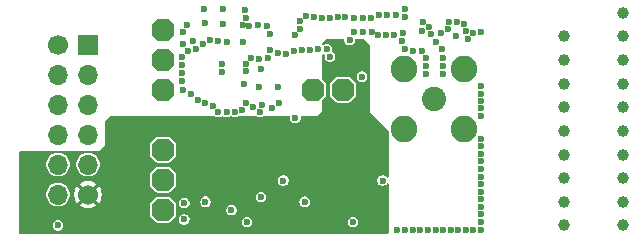
<source format=gbr>
%TF.GenerationSoftware,KiCad,Pcbnew,9.0.7*%
%TF.CreationDate,2026-01-30T12:17:07+01:00*%
%TF.ProjectId,rfiq-1,72666971-2d31-42e6-9b69-6361645f7063,1a*%
%TF.SameCoordinates,Original*%
%TF.FileFunction,Copper,L3,Inr*%
%TF.FilePolarity,Positive*%
%FSLAX46Y46*%
G04 Gerber Fmt 4.6, Leading zero omitted, Abs format (unit mm)*
G04 Created by KiCad (PCBNEW 9.0.7) date 2026-01-30 12:17:07*
%MOMM*%
%LPD*%
G01*
G04 APERTURE LIST*
G04 Aperture macros list*
%AMOutline5P*
0 Free polygon, 5 corners , with rotation*
0 The origin of the aperture is its center*
0 number of corners: always 5*
0 $1 to $10 corner X, Y*
0 $11 Rotation angle, in degrees counterclockwise*
0 create outline with 5 corners*
4,1,5,$1,$2,$3,$4,$5,$6,$7,$8,$9,$10,$1,$2,$11*%
%AMOutline6P*
0 Free polygon, 6 corners , with rotation*
0 The origin of the aperture is its center*
0 number of corners: always 6*
0 $1 to $12 corner X, Y*
0 $13 Rotation angle, in degrees counterclockwise*
0 create outline with 6 corners*
4,1,6,$1,$2,$3,$4,$5,$6,$7,$8,$9,$10,$11,$12,$1,$2,$13*%
%AMOutline7P*
0 Free polygon, 7 corners , with rotation*
0 The origin of the aperture is its center*
0 number of corners: always 7*
0 $1 to $14 corner X, Y*
0 $15 Rotation angle, in degrees counterclockwise*
0 create outline with 7 corners*
4,1,7,$1,$2,$3,$4,$5,$6,$7,$8,$9,$10,$11,$12,$13,$14,$1,$2,$15*%
%AMOutline8P*
0 Free polygon, 8 corners , with rotation*
0 The origin of the aperture is its center*
0 number of corners: always 8*
0 $1 to $16 corner X, Y*
0 $17 Rotation angle, in degrees counterclockwise*
0 create outline with 8 corners*
4,1,8,$1,$2,$3,$4,$5,$6,$7,$8,$9,$10,$11,$12,$13,$14,$15,$16,$1,$2,$17*%
G04 Aperture macros list end*
%TA.AperFunction,ComponentPad*%
%ADD10Outline8P,-0.950000X0.475000X-0.475000X0.950000X0.475000X0.950000X0.950000X0.475000X0.950000X-0.475000X0.475000X-0.950000X-0.475000X-0.950000X-0.950000X-0.475000X0.000000*%
%TD*%
%TA.AperFunction,ComponentPad*%
%ADD11C,1.000000*%
%TD*%
%TA.AperFunction,ComponentPad*%
%ADD12C,2.050000*%
%TD*%
%TA.AperFunction,ComponentPad*%
%ADD13C,2.250000*%
%TD*%
%TA.AperFunction,ComponentPad*%
%ADD14R,1.700000X1.700000*%
%TD*%
%TA.AperFunction,ComponentPad*%
%ADD15O,1.700000X1.700000*%
%TD*%
%TA.AperFunction,ComponentPad*%
%ADD16C,1.700000*%
%TD*%
%TA.AperFunction,ViaPad*%
%ADD17C,0.600000*%
%TD*%
G04 APERTURE END LIST*
D10*
%TO.N,GND*%
%TO.C,TP10*%
X170300000Y-97920000D03*
%TD*%
%TO.N,/GQ1*%
%TO.C,TP6*%
X170300000Y-90300000D03*
%TD*%
%TO.N,/SCL*%
%TO.C,TP2*%
X170300000Y-100460000D03*
%TD*%
%TO.N,GND*%
%TO.C,TP5*%
X170300000Y-87760000D03*
%TD*%
%TO.N,/IO1*%
%TO.C,TP4*%
X185540000Y-90300000D03*
%TD*%
%TO.N,/GQ2*%
%TO.C,TP7*%
X170300000Y-85220000D03*
%TD*%
%TO.N,GND*%
%TO.C,TP13*%
X183000000Y-90300000D03*
%TD*%
D11*
%TO.N,*%
%TO.C,AE1*%
X209250000Y-83800000D03*
X209250000Y-85800000D03*
X204250000Y-85800000D03*
X209250000Y-87800000D03*
X204250000Y-87800000D03*
X209250000Y-89800000D03*
X204250000Y-89800000D03*
X209250000Y-91800000D03*
X204250000Y-91800000D03*
X209250000Y-93800000D03*
X204250000Y-93800000D03*
X209250000Y-95800000D03*
X204250000Y-95800000D03*
X209250000Y-97800000D03*
X204250000Y-97800000D03*
X209250000Y-99800000D03*
X204250000Y-99800000D03*
X209250000Y-101800000D03*
X204250000Y-101800000D03*
%TD*%
D10*
%TO.N,/SDA*%
%TO.C,TP1*%
X170300000Y-95380000D03*
%TD*%
D12*
%TO.N,/ANT_CONN*%
%TO.C,J1*%
X193260000Y-91060000D03*
D13*
%TO.N,GND*%
X195800000Y-88520000D03*
X190720000Y-88520000D03*
X195800000Y-93600000D03*
X190720000Y-93600000D03*
%TD*%
D14*
%TO.N,/IO1*%
%TO.C,J4*%
X163950000Y-86490000D03*
D15*
%TO.N,unconnected-(J4-Pin_2-Pad2)*%
X163950000Y-89030000D03*
%TO.N,/SCL*%
X163950000Y-91570000D03*
%TO.N,/SDA*%
X163950000Y-94110000D03*
%TO.N,GND*%
X163950000Y-96650000D03*
D16*
%TO.N,VCC*%
X163950000Y-99190000D03*
%TO.N,unconnected-(J4-Pin_7-Pad7)*%
X161410000Y-86490000D03*
D15*
%TO.N,unconnected-(J4-Pin_8-Pad8)*%
X161410000Y-89030000D03*
%TO.N,unconnected-(J4-Pin_9-Pad9)*%
X161410000Y-91570000D03*
%TO.N,unconnected-(J4-Pin_10-Pad10)*%
X161410000Y-94110000D03*
%TO.N,GND*%
X161410000Y-96650000D03*
%TO.N,VBAT*%
X161410000Y-99190000D03*
%TD*%
D17*
%TO.N,GND*%
X181900000Y-84500000D03*
X177900000Y-91800000D03*
X182100000Y-86950000D03*
X174950000Y-86200000D03*
X197200000Y-97675000D03*
X197200000Y-100225000D03*
X171900000Y-87500000D03*
X190500000Y-86200000D03*
X197200000Y-92550000D03*
X177750000Y-87650000D03*
X194000000Y-88300000D03*
X178500000Y-92200000D03*
X192300000Y-84600000D03*
X186500000Y-85425000D03*
X177100000Y-86300000D03*
X190800000Y-83500000D03*
X177300000Y-88100000D03*
X197200000Y-95725000D03*
X175400000Y-84750000D03*
X180500000Y-98000000D03*
X171900000Y-89600000D03*
X193375000Y-102150000D03*
X177300000Y-88700000D03*
X177300000Y-84200000D03*
X182300000Y-99800000D03*
X177300000Y-91400000D03*
X171900000Y-88200000D03*
X189900000Y-85700000D03*
X182400000Y-84100000D03*
X197200000Y-98325000D03*
X197200000Y-97025000D03*
X173100000Y-86900000D03*
X192600000Y-88300000D03*
X195925000Y-102150000D03*
X197200000Y-98975000D03*
X197200000Y-102150000D03*
X188600000Y-84000000D03*
X172350000Y-84800000D03*
X197200000Y-95100000D03*
X193000000Y-85600000D03*
X197200000Y-91275000D03*
X185100000Y-84150000D03*
X172800000Y-86200000D03*
X173900000Y-84700000D03*
X187200000Y-85425000D03*
X175400000Y-83500000D03*
X184400000Y-84200000D03*
X178350000Y-84850000D03*
X191450000Y-102150000D03*
X190800000Y-84190000D03*
X178400000Y-90100000D03*
X195150000Y-85750000D03*
X184150000Y-86900000D03*
X193400000Y-86300000D03*
X181450000Y-85650000D03*
X192600000Y-89000000D03*
X182750000Y-86950000D03*
X192100000Y-102150000D03*
X194400000Y-85200000D03*
X189200000Y-85700000D03*
X188900000Y-98000000D03*
X195950000Y-85350000D03*
X187150000Y-89200000D03*
X192600000Y-87600000D03*
X177000000Y-92000000D03*
X177250000Y-83600000D03*
X183100000Y-84150000D03*
X192250000Y-85350000D03*
X183750000Y-84200000D03*
X172000000Y-86400000D03*
X190800000Y-102150000D03*
X178700000Y-91600000D03*
X185750000Y-84150000D03*
X173300000Y-91200000D03*
X197200000Y-90650000D03*
X194000000Y-89000000D03*
X184450000Y-87500000D03*
X194025000Y-102150000D03*
X196100000Y-86050000D03*
X187200000Y-84200000D03*
X194550000Y-84600000D03*
X175700000Y-86300000D03*
X197200000Y-99600000D03*
X187900000Y-84200000D03*
X180700000Y-87300000D03*
X194675000Y-102150000D03*
X188000000Y-85425000D03*
X174500000Y-91700000D03*
X190100000Y-102150000D03*
X193850000Y-85550000D03*
X189300000Y-84000000D03*
X177200000Y-89800000D03*
X181900000Y-85150000D03*
X175000000Y-92200000D03*
X197200000Y-85450000D03*
X178400000Y-87750000D03*
X194000000Y-87600000D03*
X176400000Y-92200000D03*
X177050000Y-84800000D03*
X186400000Y-101500000D03*
X172700000Y-90700000D03*
X175700000Y-92200000D03*
X192800000Y-85000000D03*
X195200000Y-84550000D03*
X173900000Y-91400000D03*
X183450000Y-86900000D03*
X179200000Y-87600000D03*
X181400000Y-87000000D03*
X172000000Y-90300000D03*
X197200000Y-94475000D03*
X173800000Y-83500000D03*
X175300000Y-88100000D03*
X179400000Y-85600000D03*
X192725000Y-102150000D03*
X180100000Y-91400000D03*
X175300000Y-88800000D03*
X197200000Y-101500000D03*
X196550000Y-85550000D03*
X174300000Y-86100000D03*
X173700000Y-86400000D03*
X193900000Y-86900000D03*
X197200000Y-100850000D03*
X197200000Y-96375000D03*
X178600000Y-88600000D03*
X197200000Y-91900000D03*
X190600000Y-85500000D03*
X178600000Y-99400000D03*
X195800000Y-84750000D03*
X192200000Y-87000000D03*
X179500000Y-91900000D03*
X188500000Y-85700000D03*
X172000000Y-85400000D03*
X161400000Y-101800000D03*
X179400000Y-86910000D03*
X171900000Y-88900000D03*
X195300000Y-102150000D03*
X179100000Y-84950000D03*
X177600000Y-84900000D03*
X180000000Y-90100000D03*
X190000000Y-84000000D03*
X186500000Y-84200000D03*
X197200000Y-90025000D03*
X172400000Y-87000000D03*
X173900000Y-99800000D03*
X196550000Y-102150000D03*
X180000000Y-87200000D03*
X191500000Y-87000000D03*
X190800000Y-86900000D03*
%TO.N,VCC*%
X163975000Y-100800000D03*
X179675000Y-99400000D03*
X187975000Y-99400000D03*
X175000000Y-94000000D03*
X183400000Y-94000000D03*
X185350000Y-87100000D03*
%TO.N,/IO1*%
X186100000Y-86100000D03*
%TO.N,/SDA*%
X172100000Y-99900000D03*
X172100000Y-101300000D03*
%TO.N,/SCL*%
X177400000Y-101500000D03*
X176100000Y-100500000D03*
%TO.N,/GQ1*%
X181500000Y-92700000D03*
%TD*%
%TA.AperFunction,Conductor*%
%TO.N,VCC*%
G36*
X185627826Y-86021674D02*
G01*
X185649500Y-86074000D01*
X185649500Y-86159311D01*
X185680199Y-86273882D01*
X185680201Y-86273887D01*
X185739508Y-86376609D01*
X185739509Y-86376610D01*
X185739511Y-86376613D01*
X185823387Y-86460489D01*
X185823389Y-86460490D01*
X185823390Y-86460491D01*
X185922641Y-86517794D01*
X185926114Y-86519799D01*
X185926115Y-86519799D01*
X185926117Y-86519800D01*
X185983402Y-86535149D01*
X186040688Y-86550499D01*
X186040689Y-86550500D01*
X186040691Y-86550500D01*
X186159311Y-86550500D01*
X186159311Y-86550499D01*
X186273886Y-86519799D01*
X186376613Y-86460489D01*
X186460489Y-86376613D01*
X186519799Y-86273886D01*
X186550499Y-86159311D01*
X186550500Y-86159311D01*
X186550500Y-86074000D01*
X186572174Y-86021674D01*
X186624500Y-86000000D01*
X187269348Y-86000000D01*
X187321674Y-86021674D01*
X187778326Y-86478326D01*
X187800000Y-86530652D01*
X187800000Y-92200000D01*
X189378326Y-93778326D01*
X189400000Y-93830652D01*
X189400000Y-97688854D01*
X189378326Y-97741180D01*
X189326000Y-97762854D01*
X189273674Y-97741180D01*
X189261915Y-97725856D01*
X189260491Y-97723390D01*
X189260490Y-97723389D01*
X189260489Y-97723387D01*
X189176613Y-97639511D01*
X189176610Y-97639509D01*
X189176609Y-97639508D01*
X189073887Y-97580201D01*
X189073882Y-97580199D01*
X188959311Y-97549500D01*
X188959309Y-97549500D01*
X188840691Y-97549500D01*
X188840689Y-97549500D01*
X188726117Y-97580199D01*
X188726112Y-97580201D01*
X188623390Y-97639508D01*
X188539508Y-97723390D01*
X188480201Y-97826112D01*
X188480199Y-97826117D01*
X188449500Y-97940688D01*
X188449500Y-98059311D01*
X188480199Y-98173882D01*
X188480201Y-98173887D01*
X188539508Y-98276609D01*
X188539509Y-98276610D01*
X188539511Y-98276613D01*
X188623387Y-98360489D01*
X188726114Y-98419799D01*
X188726115Y-98419799D01*
X188726117Y-98419800D01*
X188783402Y-98435149D01*
X188840688Y-98450499D01*
X188840689Y-98450500D01*
X188840691Y-98450500D01*
X188959311Y-98450500D01*
X188959311Y-98450499D01*
X189073886Y-98419799D01*
X189176613Y-98360489D01*
X189260489Y-98276613D01*
X189260492Y-98276608D01*
X189261913Y-98274148D01*
X189263051Y-98273274D01*
X189263447Y-98272759D01*
X189263584Y-98272864D01*
X189306845Y-98239667D01*
X189362997Y-98247058D01*
X189397478Y-98291990D01*
X189400000Y-98311145D01*
X189400000Y-102369357D01*
X189378338Y-102421671D01*
X189322221Y-102477814D01*
X189269900Y-102499500D01*
X158174500Y-102499500D01*
X158122174Y-102477826D01*
X158100500Y-102425500D01*
X158100500Y-101740688D01*
X160949500Y-101740688D01*
X160949500Y-101859311D01*
X160980199Y-101973882D01*
X160980201Y-101973887D01*
X161039508Y-102076609D01*
X161039509Y-102076610D01*
X161039511Y-102076613D01*
X161123387Y-102160489D01*
X161226114Y-102219799D01*
X161226115Y-102219799D01*
X161226117Y-102219800D01*
X161283402Y-102235149D01*
X161340688Y-102250499D01*
X161340689Y-102250500D01*
X161340691Y-102250500D01*
X161459311Y-102250500D01*
X161459311Y-102250499D01*
X161573886Y-102219799D01*
X161676613Y-102160489D01*
X161760489Y-102076613D01*
X161819799Y-101973886D01*
X161850499Y-101859311D01*
X161850500Y-101859311D01*
X161850500Y-101740689D01*
X161850499Y-101740688D01*
X161819800Y-101626117D01*
X161819798Y-101626112D01*
X161760491Y-101523390D01*
X161760490Y-101523389D01*
X161760489Y-101523387D01*
X161676613Y-101439511D01*
X161676610Y-101439509D01*
X161676609Y-101439508D01*
X161573887Y-101380201D01*
X161573882Y-101380199D01*
X161459311Y-101349500D01*
X161459309Y-101349500D01*
X161340691Y-101349500D01*
X161340689Y-101349500D01*
X161226117Y-101380199D01*
X161226112Y-101380201D01*
X161123390Y-101439508D01*
X161039508Y-101523390D01*
X160980201Y-101626112D01*
X160980199Y-101626117D01*
X160949500Y-101740688D01*
X158100500Y-101740688D01*
X158100500Y-99091460D01*
X160409500Y-99091460D01*
X160409500Y-99288539D01*
X160447947Y-99481829D01*
X160447950Y-99481839D01*
X160523367Y-99663913D01*
X160632860Y-99827781D01*
X160772218Y-99967139D01*
X160936086Y-100076632D01*
X161087890Y-100139511D01*
X161118165Y-100152051D01*
X161311459Y-100190500D01*
X161311461Y-100190500D01*
X161508539Y-100190500D01*
X161508541Y-100190500D01*
X161701835Y-100152051D01*
X161883914Y-100076632D01*
X162047782Y-99967139D01*
X162187139Y-99827782D01*
X162296632Y-99663914D01*
X162372051Y-99481835D01*
X162410500Y-99288541D01*
X162410500Y-99099491D01*
X162800000Y-99099491D01*
X162800000Y-99280508D01*
X162828316Y-99459289D01*
X162828319Y-99459302D01*
X162884251Y-99631443D01*
X162966433Y-99792732D01*
X162966433Y-99792733D01*
X163037423Y-99890442D01*
X163506328Y-99421537D01*
X163549901Y-99497007D01*
X163642993Y-99590099D01*
X163718461Y-99633670D01*
X163249556Y-100102575D01*
X163347266Y-100173566D01*
X163508556Y-100255748D01*
X163508555Y-100255748D01*
X163680697Y-100311680D01*
X163680710Y-100311683D01*
X163859491Y-100340000D01*
X164040509Y-100340000D01*
X164219289Y-100311683D01*
X164219302Y-100311680D01*
X164391443Y-100255748D01*
X164552729Y-100173568D01*
X164650442Y-100102575D01*
X164518047Y-99970180D01*
X169199499Y-99970180D01*
X169199499Y-100949826D01*
X169208231Y-100993724D01*
X169233092Y-101030931D01*
X169233094Y-101030933D01*
X169233097Y-101030937D01*
X169729060Y-101526900D01*
X169766278Y-101551767D01*
X169810180Y-101560500D01*
X170789827Y-101560501D01*
X170833723Y-101551769D01*
X170870937Y-101526903D01*
X171157152Y-101240688D01*
X171649500Y-101240688D01*
X171649500Y-101359311D01*
X171680199Y-101473882D01*
X171680201Y-101473887D01*
X171739508Y-101576609D01*
X171739509Y-101576610D01*
X171739511Y-101576613D01*
X171823387Y-101660489D01*
X171823389Y-101660490D01*
X171823390Y-101660491D01*
X171890955Y-101699500D01*
X171926114Y-101719799D01*
X171926115Y-101719799D01*
X171926117Y-101719800D01*
X171983402Y-101735149D01*
X172040688Y-101750499D01*
X172040689Y-101750500D01*
X172040691Y-101750500D01*
X172159311Y-101750500D01*
X172159311Y-101750499D01*
X172273886Y-101719799D01*
X172376613Y-101660489D01*
X172460489Y-101576613D01*
X172519799Y-101473886D01*
X172528694Y-101440689D01*
X172528694Y-101440688D01*
X176949500Y-101440688D01*
X176949500Y-101559311D01*
X176980199Y-101673882D01*
X176980201Y-101673887D01*
X177039508Y-101776609D01*
X177039509Y-101776610D01*
X177039511Y-101776613D01*
X177123387Y-101860489D01*
X177123389Y-101860490D01*
X177123390Y-101860491D01*
X177226112Y-101919798D01*
X177226114Y-101919799D01*
X177226115Y-101919799D01*
X177226117Y-101919800D01*
X177283402Y-101935149D01*
X177340688Y-101950499D01*
X177340689Y-101950500D01*
X177340691Y-101950500D01*
X177459311Y-101950500D01*
X177459311Y-101950499D01*
X177573886Y-101919799D01*
X177676613Y-101860489D01*
X177760489Y-101776613D01*
X177819799Y-101673886D01*
X177850499Y-101559311D01*
X177850500Y-101559311D01*
X177850500Y-101440689D01*
X177850499Y-101440688D01*
X185949500Y-101440688D01*
X185949500Y-101559311D01*
X185980199Y-101673882D01*
X185980201Y-101673887D01*
X186039508Y-101776609D01*
X186039509Y-101776610D01*
X186039511Y-101776613D01*
X186123387Y-101860489D01*
X186123389Y-101860490D01*
X186123390Y-101860491D01*
X186226112Y-101919798D01*
X186226114Y-101919799D01*
X186226115Y-101919799D01*
X186226117Y-101919800D01*
X186283402Y-101935149D01*
X186340688Y-101950499D01*
X186340689Y-101950500D01*
X186340691Y-101950500D01*
X186459311Y-101950500D01*
X186459311Y-101950499D01*
X186573886Y-101919799D01*
X186676613Y-101860489D01*
X186760489Y-101776613D01*
X186819799Y-101673886D01*
X186850499Y-101559311D01*
X186850500Y-101559311D01*
X186850500Y-101440689D01*
X186850499Y-101440688D01*
X186819800Y-101326117D01*
X186819798Y-101326112D01*
X186760491Y-101223390D01*
X186760490Y-101223389D01*
X186760489Y-101223387D01*
X186676613Y-101139511D01*
X186676610Y-101139509D01*
X186676609Y-101139508D01*
X186573887Y-101080201D01*
X186573882Y-101080199D01*
X186459311Y-101049500D01*
X186459309Y-101049500D01*
X186340691Y-101049500D01*
X186340689Y-101049500D01*
X186226117Y-101080199D01*
X186226112Y-101080201D01*
X186123390Y-101139508D01*
X186039508Y-101223390D01*
X185980201Y-101326112D01*
X185980199Y-101326117D01*
X185949500Y-101440688D01*
X177850499Y-101440688D01*
X177819800Y-101326117D01*
X177819798Y-101326112D01*
X177760491Y-101223390D01*
X177760490Y-101223389D01*
X177760489Y-101223387D01*
X177676613Y-101139511D01*
X177676610Y-101139509D01*
X177676609Y-101139508D01*
X177573887Y-101080201D01*
X177573882Y-101080199D01*
X177459311Y-101049500D01*
X177459309Y-101049500D01*
X177340691Y-101049500D01*
X177340689Y-101049500D01*
X177226117Y-101080199D01*
X177226112Y-101080201D01*
X177123390Y-101139508D01*
X177039508Y-101223390D01*
X176980201Y-101326112D01*
X176980199Y-101326117D01*
X176949500Y-101440688D01*
X172528694Y-101440688D01*
X172535124Y-101416695D01*
X172535125Y-101416688D01*
X172544902Y-101380201D01*
X172550500Y-101359309D01*
X172550500Y-101240691D01*
X172550500Y-101240689D01*
X172550499Y-101240688D01*
X172519800Y-101126117D01*
X172519798Y-101126112D01*
X172460491Y-101023390D01*
X172460490Y-101023389D01*
X172460489Y-101023387D01*
X172376613Y-100939511D01*
X172376610Y-100939509D01*
X172376609Y-100939508D01*
X172273887Y-100880201D01*
X172273882Y-100880199D01*
X172159311Y-100849500D01*
X172159309Y-100849500D01*
X172040691Y-100849500D01*
X172040689Y-100849500D01*
X171926117Y-100880199D01*
X171926112Y-100880201D01*
X171823390Y-100939508D01*
X171739508Y-101023390D01*
X171680201Y-101126112D01*
X171680199Y-101126117D01*
X171649500Y-101240688D01*
X171157152Y-101240688D01*
X171366900Y-101030940D01*
X171391767Y-100993722D01*
X171400500Y-100949820D01*
X171400500Y-100776609D01*
X171400501Y-100440688D01*
X175649500Y-100440688D01*
X175649500Y-100559311D01*
X175680199Y-100673882D01*
X175680201Y-100673887D01*
X175739508Y-100776609D01*
X175739509Y-100776610D01*
X175739511Y-100776613D01*
X175823387Y-100860489D01*
X175823389Y-100860490D01*
X175823390Y-100860491D01*
X175926112Y-100919798D01*
X175926114Y-100919799D01*
X175926115Y-100919799D01*
X175926117Y-100919800D01*
X175983402Y-100935149D01*
X176040688Y-100950499D01*
X176040689Y-100950500D01*
X176040691Y-100950500D01*
X176159311Y-100950500D01*
X176159311Y-100950499D01*
X176273886Y-100919799D01*
X176376613Y-100860489D01*
X176460489Y-100776613D01*
X176519799Y-100673886D01*
X176550499Y-100559311D01*
X176550500Y-100559311D01*
X176550500Y-100440689D01*
X176550499Y-100440688D01*
X176519800Y-100326117D01*
X176519798Y-100326112D01*
X176460491Y-100223390D01*
X176460490Y-100223389D01*
X176460489Y-100223387D01*
X176376613Y-100139511D01*
X176376610Y-100139509D01*
X176376609Y-100139508D01*
X176273887Y-100080201D01*
X176273882Y-100080199D01*
X176159311Y-100049500D01*
X176159309Y-100049500D01*
X176040691Y-100049500D01*
X176040689Y-100049500D01*
X175926117Y-100080199D01*
X175926112Y-100080201D01*
X175823390Y-100139508D01*
X175739508Y-100223390D01*
X175680201Y-100326112D01*
X175680199Y-100326117D01*
X175649500Y-100440688D01*
X171400501Y-100440688D01*
X171400501Y-100435841D01*
X171400501Y-99970173D01*
X171391769Y-99926278D01*
X171391769Y-99926277D01*
X171391768Y-99926275D01*
X171366907Y-99889068D01*
X171366905Y-99889066D01*
X171366903Y-99889063D01*
X171318528Y-99840688D01*
X171649500Y-99840688D01*
X171649500Y-99959311D01*
X171680199Y-100073882D01*
X171680201Y-100073887D01*
X171739508Y-100176609D01*
X171739509Y-100176610D01*
X171739511Y-100176613D01*
X171823387Y-100260489D01*
X171823389Y-100260490D01*
X171823390Y-100260491D01*
X171912057Y-100311683D01*
X171926114Y-100319799D01*
X171926115Y-100319799D01*
X171926117Y-100319800D01*
X171949693Y-100326117D01*
X172040688Y-100350499D01*
X172040689Y-100350500D01*
X172040691Y-100350500D01*
X172159311Y-100350500D01*
X172159311Y-100350499D01*
X172273886Y-100319799D01*
X172376613Y-100260489D01*
X172460489Y-100176613D01*
X172519799Y-100073886D01*
X172550500Y-99959309D01*
X172550500Y-99840691D01*
X172550500Y-99840689D01*
X172550499Y-99840688D01*
X172527538Y-99754994D01*
X172523705Y-99740688D01*
X173449500Y-99740688D01*
X173449500Y-99859311D01*
X173480199Y-99973882D01*
X173480201Y-99973887D01*
X173539508Y-100076609D01*
X173539509Y-100076610D01*
X173539511Y-100076613D01*
X173623387Y-100160489D01*
X173623389Y-100160490D01*
X173623390Y-100160491D01*
X173646040Y-100173568D01*
X173726114Y-100219799D01*
X173726115Y-100219799D01*
X173726117Y-100219800D01*
X173783402Y-100235149D01*
X173840688Y-100250499D01*
X173840689Y-100250500D01*
X173840691Y-100250500D01*
X173959311Y-100250500D01*
X173959311Y-100250499D01*
X174073886Y-100219799D01*
X174176613Y-100160489D01*
X174260489Y-100076613D01*
X174319799Y-99973886D01*
X174350499Y-99859311D01*
X174350500Y-99859311D01*
X174350500Y-99740689D01*
X174350499Y-99740688D01*
X174346593Y-99726112D01*
X174319799Y-99626114D01*
X174299006Y-99590099D01*
X174260491Y-99523390D01*
X174260490Y-99523389D01*
X174260489Y-99523387D01*
X174176613Y-99439511D01*
X174176610Y-99439509D01*
X174176609Y-99439508D01*
X174108053Y-99399927D01*
X174073887Y-99380201D01*
X174073882Y-99380199D01*
X173959311Y-99349500D01*
X173959309Y-99349500D01*
X173840691Y-99349500D01*
X173840689Y-99349500D01*
X173726117Y-99380199D01*
X173726112Y-99380201D01*
X173623390Y-99439508D01*
X173539508Y-99523390D01*
X173480201Y-99626112D01*
X173480199Y-99626117D01*
X173449500Y-99740688D01*
X172523705Y-99740688D01*
X172519800Y-99726117D01*
X172519798Y-99726112D01*
X172460491Y-99623390D01*
X172460490Y-99623389D01*
X172460489Y-99623387D01*
X172376613Y-99539511D01*
X172376610Y-99539509D01*
X172376609Y-99539508D01*
X172273887Y-99480201D01*
X172273882Y-99480199D01*
X172159311Y-99449500D01*
X172159309Y-99449500D01*
X172040691Y-99449500D01*
X172040689Y-99449500D01*
X171926117Y-99480199D01*
X171926112Y-99480201D01*
X171823390Y-99539508D01*
X171739508Y-99623390D01*
X171680201Y-99726112D01*
X171680199Y-99726117D01*
X171649500Y-99840688D01*
X171318528Y-99840688D01*
X170870940Y-99393100D01*
X170833722Y-99368233D01*
X170833720Y-99368232D01*
X170789815Y-99359499D01*
X169810173Y-99359499D01*
X169766275Y-99368231D01*
X169729068Y-99393092D01*
X169729065Y-99393095D01*
X169233099Y-99889060D01*
X169233098Y-99889062D01*
X169208233Y-99926277D01*
X169208232Y-99926279D01*
X169199499Y-99970180D01*
X164518047Y-99970180D01*
X164181538Y-99633670D01*
X164257007Y-99590099D01*
X164350099Y-99497007D01*
X164393671Y-99421538D01*
X164862575Y-99890442D01*
X164933568Y-99792729D01*
X165015748Y-99631443D01*
X165071680Y-99459302D01*
X165071683Y-99459289D01*
X165090468Y-99340688D01*
X178149500Y-99340688D01*
X178149500Y-99459311D01*
X178180199Y-99573882D01*
X178180201Y-99573887D01*
X178239508Y-99676609D01*
X178239509Y-99676610D01*
X178239511Y-99676613D01*
X178323387Y-99760489D01*
X178323389Y-99760490D01*
X178323390Y-99760491D01*
X178426112Y-99819798D01*
X178426114Y-99819799D01*
X178426115Y-99819799D01*
X178426117Y-99819800D01*
X178483402Y-99835149D01*
X178540688Y-99850499D01*
X178540689Y-99850500D01*
X178540691Y-99850500D01*
X178659311Y-99850500D01*
X178659311Y-99850499D01*
X178773886Y-99819799D01*
X178876613Y-99760489D01*
X178896414Y-99740688D01*
X181849500Y-99740688D01*
X181849500Y-99859311D01*
X181880199Y-99973882D01*
X181880201Y-99973887D01*
X181939508Y-100076609D01*
X181939509Y-100076610D01*
X181939511Y-100076613D01*
X182023387Y-100160489D01*
X182023389Y-100160490D01*
X182023390Y-100160491D01*
X182046040Y-100173568D01*
X182126114Y-100219799D01*
X182126115Y-100219799D01*
X182126117Y-100219800D01*
X182183402Y-100235149D01*
X182240688Y-100250499D01*
X182240689Y-100250500D01*
X182240691Y-100250500D01*
X182359311Y-100250500D01*
X182359311Y-100250499D01*
X182473886Y-100219799D01*
X182576613Y-100160489D01*
X182660489Y-100076613D01*
X182719799Y-99973886D01*
X182750499Y-99859311D01*
X182750500Y-99859311D01*
X182750500Y-99740689D01*
X182750499Y-99740688D01*
X182746593Y-99726112D01*
X182719799Y-99626114D01*
X182699006Y-99590099D01*
X182660491Y-99523390D01*
X182660490Y-99523389D01*
X182660489Y-99523387D01*
X182576613Y-99439511D01*
X182576610Y-99439509D01*
X182576609Y-99439508D01*
X182473887Y-99380201D01*
X182473882Y-99380199D01*
X182359311Y-99349500D01*
X182359309Y-99349500D01*
X182240691Y-99349500D01*
X182240689Y-99349500D01*
X182126117Y-99380199D01*
X182126112Y-99380201D01*
X182023390Y-99439508D01*
X181939508Y-99523390D01*
X181880201Y-99626112D01*
X181880199Y-99626117D01*
X181849500Y-99740688D01*
X178896414Y-99740688D01*
X178960489Y-99676613D01*
X179019799Y-99573886D01*
X179050499Y-99459311D01*
X179050500Y-99459311D01*
X179050500Y-99340689D01*
X179050499Y-99340688D01*
X179019800Y-99226117D01*
X179019798Y-99226112D01*
X178960491Y-99123390D01*
X178960490Y-99123389D01*
X178960489Y-99123387D01*
X178876613Y-99039511D01*
X178876610Y-99039509D01*
X178876609Y-99039508D01*
X178773887Y-98980201D01*
X178773882Y-98980199D01*
X178659311Y-98949500D01*
X178659309Y-98949500D01*
X178540691Y-98949500D01*
X178540689Y-98949500D01*
X178426117Y-98980199D01*
X178426112Y-98980201D01*
X178323390Y-99039508D01*
X178239508Y-99123390D01*
X178180201Y-99226112D01*
X178180199Y-99226117D01*
X178149500Y-99340688D01*
X165090468Y-99340688D01*
X165100000Y-99280508D01*
X165100000Y-99099491D01*
X165071683Y-98920710D01*
X165071680Y-98920697D01*
X165015748Y-98748556D01*
X164933566Y-98587267D01*
X164933566Y-98587266D01*
X164862575Y-98489556D01*
X164393670Y-98958460D01*
X164350099Y-98882993D01*
X164257007Y-98789901D01*
X164181537Y-98746328D01*
X164650442Y-98277423D01*
X164552733Y-98206433D01*
X164391443Y-98124251D01*
X164391444Y-98124251D01*
X164219302Y-98068319D01*
X164219289Y-98068316D01*
X164040509Y-98040000D01*
X163859491Y-98040000D01*
X163680710Y-98068316D01*
X163680697Y-98068319D01*
X163508556Y-98124251D01*
X163347271Y-98206431D01*
X163249556Y-98277424D01*
X163718461Y-98746329D01*
X163642993Y-98789901D01*
X163549901Y-98882993D01*
X163506329Y-98958461D01*
X163037424Y-98489556D01*
X162966431Y-98587271D01*
X162884251Y-98748556D01*
X162828319Y-98920697D01*
X162828316Y-98920710D01*
X162800000Y-99099491D01*
X162410500Y-99099491D01*
X162410500Y-99091459D01*
X162372051Y-98898165D01*
X162296632Y-98716086D01*
X162187139Y-98552218D01*
X162047782Y-98412861D01*
X162043241Y-98409827D01*
X161979380Y-98367156D01*
X161883913Y-98303367D01*
X161701839Y-98227950D01*
X161701829Y-98227947D01*
X161572388Y-98202200D01*
X161508541Y-98189500D01*
X161311459Y-98189500D01*
X161256662Y-98200399D01*
X161118170Y-98227947D01*
X161118160Y-98227950D01*
X160936086Y-98303367D01*
X160772218Y-98412860D01*
X160772217Y-98412862D01*
X160632862Y-98552217D01*
X160632860Y-98552218D01*
X160523367Y-98716086D01*
X160447950Y-98898160D01*
X160447947Y-98898170D01*
X160409500Y-99091460D01*
X158100500Y-99091460D01*
X158100500Y-96551460D01*
X160409500Y-96551460D01*
X160409500Y-96748539D01*
X160447947Y-96941829D01*
X160447950Y-96941839D01*
X160523367Y-97123913D01*
X160523368Y-97123914D01*
X160632861Y-97287782D01*
X160772218Y-97427139D01*
X160936086Y-97536632D01*
X161118165Y-97612051D01*
X161311459Y-97650500D01*
X161311461Y-97650500D01*
X161508539Y-97650500D01*
X161508541Y-97650500D01*
X161701835Y-97612051D01*
X161883914Y-97536632D01*
X162047782Y-97427139D01*
X162187139Y-97287782D01*
X162296632Y-97123914D01*
X162372051Y-96941835D01*
X162410500Y-96748541D01*
X162410500Y-96551460D01*
X162949500Y-96551460D01*
X162949500Y-96748539D01*
X162987947Y-96941829D01*
X162987950Y-96941839D01*
X163063367Y-97123913D01*
X163063368Y-97123914D01*
X163172861Y-97287782D01*
X163312218Y-97427139D01*
X163476086Y-97536632D01*
X163658165Y-97612051D01*
X163851459Y-97650500D01*
X163851461Y-97650500D01*
X164048539Y-97650500D01*
X164048541Y-97650500D01*
X164241835Y-97612051D01*
X164423914Y-97536632D01*
X164583231Y-97430180D01*
X169199499Y-97430180D01*
X169199499Y-97940688D01*
X169199499Y-98409827D01*
X169201483Y-98419799D01*
X169208231Y-98453724D01*
X169233092Y-98490931D01*
X169233094Y-98490933D01*
X169233097Y-98490937D01*
X169729060Y-98986900D01*
X169766278Y-99011767D01*
X169810180Y-99020500D01*
X170789827Y-99020501D01*
X170833723Y-99011769D01*
X170870937Y-98986903D01*
X171366900Y-98490940D01*
X171391767Y-98453722D01*
X171400500Y-98409820D01*
X171400500Y-97940688D01*
X180049500Y-97940688D01*
X180049500Y-98059311D01*
X180080199Y-98173882D01*
X180080201Y-98173887D01*
X180139508Y-98276609D01*
X180139509Y-98276610D01*
X180139511Y-98276613D01*
X180223387Y-98360489D01*
X180326114Y-98419799D01*
X180326115Y-98419799D01*
X180326117Y-98419800D01*
X180383402Y-98435149D01*
X180440688Y-98450499D01*
X180440689Y-98450500D01*
X180440691Y-98450500D01*
X180559311Y-98450500D01*
X180559311Y-98450499D01*
X180673886Y-98419799D01*
X180776613Y-98360489D01*
X180860489Y-98276613D01*
X180919799Y-98173886D01*
X180950499Y-98059311D01*
X180950500Y-98059311D01*
X180950500Y-97940689D01*
X180950499Y-97940688D01*
X180919800Y-97826117D01*
X180919798Y-97826112D01*
X180860491Y-97723390D01*
X180860490Y-97723389D01*
X180860489Y-97723387D01*
X180776613Y-97639511D01*
X180776610Y-97639509D01*
X180776609Y-97639508D01*
X180673887Y-97580201D01*
X180673882Y-97580199D01*
X180559311Y-97549500D01*
X180559309Y-97549500D01*
X180440691Y-97549500D01*
X180440689Y-97549500D01*
X180326117Y-97580199D01*
X180326112Y-97580201D01*
X180223390Y-97639508D01*
X180139508Y-97723390D01*
X180080201Y-97826112D01*
X180080199Y-97826117D01*
X180049500Y-97940688D01*
X171400500Y-97940688D01*
X171400501Y-97430173D01*
X171391769Y-97386277D01*
X171391768Y-97386275D01*
X171366907Y-97349068D01*
X171366904Y-97349065D01*
X171366903Y-97349063D01*
X170870940Y-96853100D01*
X170833722Y-96828233D01*
X170833720Y-96828232D01*
X170789815Y-96819499D01*
X169810173Y-96819499D01*
X169766275Y-96828231D01*
X169729068Y-96853092D01*
X169729065Y-96853095D01*
X169233099Y-97349060D01*
X169233098Y-97349062D01*
X169208233Y-97386277D01*
X169208232Y-97386279D01*
X169199499Y-97430180D01*
X164583231Y-97430180D01*
X164587782Y-97427139D01*
X164727139Y-97287782D01*
X164836632Y-97123914D01*
X164912051Y-96941835D01*
X164950500Y-96748541D01*
X164950500Y-96551459D01*
X164912051Y-96358165D01*
X164836632Y-96176086D01*
X164727139Y-96012218D01*
X164587782Y-95872861D01*
X164583242Y-95869827D01*
X164423913Y-95763367D01*
X164241839Y-95687950D01*
X164241829Y-95687947D01*
X164112388Y-95662200D01*
X164048541Y-95649500D01*
X163851459Y-95649500D01*
X163796662Y-95660399D01*
X163658170Y-95687947D01*
X163658160Y-95687950D01*
X163476086Y-95763367D01*
X163312218Y-95872860D01*
X163312217Y-95872862D01*
X163172862Y-96012217D01*
X163172860Y-96012218D01*
X163063367Y-96176086D01*
X162987950Y-96358160D01*
X162987947Y-96358170D01*
X162949500Y-96551460D01*
X162410500Y-96551460D01*
X162410500Y-96551459D01*
X162372051Y-96358165D01*
X162296632Y-96176086D01*
X162187139Y-96012218D01*
X162047782Y-95872861D01*
X162043242Y-95869827D01*
X161883913Y-95763367D01*
X161701839Y-95687950D01*
X161701829Y-95687947D01*
X161572388Y-95662200D01*
X161508541Y-95649500D01*
X161311459Y-95649500D01*
X161256662Y-95660399D01*
X161118170Y-95687947D01*
X161118160Y-95687950D01*
X160936086Y-95763367D01*
X160772218Y-95872860D01*
X160772217Y-95872862D01*
X160632862Y-96012217D01*
X160632860Y-96012218D01*
X160523367Y-96176086D01*
X160447950Y-96358160D01*
X160447947Y-96358170D01*
X160409500Y-96551460D01*
X158100500Y-96551460D01*
X158100500Y-95630152D01*
X158122174Y-95577826D01*
X158178326Y-95521674D01*
X158230652Y-95500000D01*
X164900000Y-95500000D01*
X165400000Y-95000000D01*
X165400000Y-94890180D01*
X169199499Y-94890180D01*
X169199499Y-95500000D01*
X169199499Y-95869827D01*
X169200103Y-95872861D01*
X169208231Y-95913724D01*
X169233092Y-95950931D01*
X169233094Y-95950933D01*
X169233097Y-95950937D01*
X169729060Y-96446900D01*
X169766278Y-96471767D01*
X169810180Y-96480500D01*
X170789827Y-96480501D01*
X170833723Y-96471769D01*
X170870937Y-96446903D01*
X171366900Y-95950940D01*
X171391767Y-95913722D01*
X171400500Y-95869820D01*
X171400501Y-94890173D01*
X171391769Y-94846277D01*
X171390310Y-94844093D01*
X171366907Y-94809068D01*
X171366904Y-94809065D01*
X171366903Y-94809063D01*
X170870940Y-94313100D01*
X170833722Y-94288233D01*
X170833720Y-94288232D01*
X170789815Y-94279499D01*
X169810173Y-94279499D01*
X169766275Y-94288231D01*
X169729068Y-94313092D01*
X169729065Y-94313095D01*
X169233099Y-94809060D01*
X169233098Y-94809062D01*
X169208233Y-94846277D01*
X169208232Y-94846279D01*
X169199499Y-94890180D01*
X165400000Y-94890180D01*
X165400000Y-93030652D01*
X165421674Y-92978326D01*
X165878326Y-92521674D01*
X165930652Y-92500000D01*
X174632246Y-92500000D01*
X174684571Y-92521673D01*
X174723387Y-92560489D01*
X174723389Y-92560490D01*
X174723390Y-92560491D01*
X174779960Y-92593152D01*
X174826114Y-92619799D01*
X174826115Y-92619799D01*
X174826117Y-92619800D01*
X174883402Y-92635149D01*
X174940688Y-92650499D01*
X174940689Y-92650500D01*
X174940691Y-92650500D01*
X175059311Y-92650500D01*
X175059311Y-92650499D01*
X175173886Y-92619799D01*
X175276613Y-92560489D01*
X175297675Y-92539426D01*
X175350000Y-92517753D01*
X175402324Y-92539426D01*
X175423387Y-92560489D01*
X175423389Y-92560490D01*
X175423390Y-92560491D01*
X175479960Y-92593152D01*
X175526114Y-92619799D01*
X175526115Y-92619799D01*
X175526117Y-92619800D01*
X175583402Y-92635149D01*
X175640688Y-92650499D01*
X175640689Y-92650500D01*
X175640691Y-92650500D01*
X175759311Y-92650500D01*
X175759311Y-92650499D01*
X175873886Y-92619799D01*
X175976613Y-92560489D01*
X175997675Y-92539426D01*
X176050000Y-92517753D01*
X176102324Y-92539426D01*
X176123387Y-92560489D01*
X176123389Y-92560490D01*
X176123390Y-92560491D01*
X176179960Y-92593152D01*
X176226114Y-92619799D01*
X176226115Y-92619799D01*
X176226117Y-92619800D01*
X176283402Y-92635149D01*
X176340688Y-92650499D01*
X176340689Y-92650500D01*
X176340691Y-92650500D01*
X176459311Y-92650500D01*
X176459311Y-92650499D01*
X176573886Y-92619799D01*
X176676613Y-92560489D01*
X176715429Y-92521673D01*
X176767754Y-92500000D01*
X178132246Y-92500000D01*
X178184571Y-92521673D01*
X178223387Y-92560489D01*
X178223389Y-92560490D01*
X178223390Y-92560491D01*
X178279960Y-92593152D01*
X178326114Y-92619799D01*
X178326115Y-92619799D01*
X178326117Y-92619800D01*
X178383402Y-92635149D01*
X178440688Y-92650499D01*
X178440689Y-92650500D01*
X178440691Y-92650500D01*
X178559311Y-92650500D01*
X178559311Y-92650499D01*
X178673886Y-92619799D01*
X178776613Y-92560489D01*
X178815429Y-92521673D01*
X178867754Y-92500000D01*
X180990759Y-92500000D01*
X181043085Y-92521674D01*
X181064759Y-92574000D01*
X181062238Y-92593152D01*
X181049500Y-92640691D01*
X181049500Y-92759311D01*
X181080199Y-92873882D01*
X181080201Y-92873887D01*
X181139508Y-92976609D01*
X181139509Y-92976610D01*
X181139511Y-92976613D01*
X181223387Y-93060489D01*
X181223389Y-93060490D01*
X181223390Y-93060491D01*
X181309796Y-93110378D01*
X181326114Y-93119799D01*
X181326115Y-93119799D01*
X181326117Y-93119800D01*
X181383402Y-93135149D01*
X181440688Y-93150499D01*
X181440689Y-93150500D01*
X181440691Y-93150500D01*
X181559311Y-93150500D01*
X181559311Y-93150499D01*
X181673886Y-93119799D01*
X181776613Y-93060489D01*
X181860489Y-92976613D01*
X181919799Y-92873886D01*
X181950499Y-92759311D01*
X181950500Y-92759311D01*
X181950500Y-92640691D01*
X181937762Y-92593152D01*
X181945155Y-92537000D01*
X181990089Y-92502521D01*
X182009241Y-92500000D01*
X183400000Y-92500000D01*
X183800000Y-92100000D01*
X183800000Y-91168492D01*
X183821674Y-91116166D01*
X183943427Y-90994413D01*
X184066900Y-90870940D01*
X184091767Y-90833722D01*
X184100500Y-90789820D01*
X184100501Y-89810180D01*
X184439499Y-89810180D01*
X184439499Y-90789826D01*
X184448231Y-90833724D01*
X184473092Y-90870931D01*
X184473094Y-90870933D01*
X184473097Y-90870937D01*
X184969060Y-91366900D01*
X185006278Y-91391767D01*
X185050180Y-91400500D01*
X186029827Y-91400501D01*
X186073723Y-91391769D01*
X186110937Y-91366903D01*
X186606900Y-90870940D01*
X186631767Y-90833722D01*
X186640500Y-90789820D01*
X186640501Y-89810173D01*
X186631769Y-89766277D01*
X186614673Y-89740691D01*
X186606907Y-89729068D01*
X186606904Y-89729065D01*
X186606903Y-89729063D01*
X186110940Y-89233100D01*
X186073722Y-89208233D01*
X186029820Y-89199500D01*
X186029815Y-89199499D01*
X185050173Y-89199499D01*
X185006275Y-89208231D01*
X184969068Y-89233092D01*
X184969065Y-89233095D01*
X184473099Y-89729060D01*
X184473098Y-89729062D01*
X184448233Y-89766277D01*
X184448232Y-89766279D01*
X184439499Y-89810180D01*
X184100501Y-89810180D01*
X184100501Y-89810173D01*
X184091769Y-89766277D01*
X184074673Y-89740691D01*
X184066907Y-89729068D01*
X184066904Y-89729065D01*
X184066903Y-89729063D01*
X183821674Y-89483834D01*
X183800000Y-89431508D01*
X183800000Y-89140688D01*
X186699500Y-89140688D01*
X186699500Y-89259311D01*
X186730199Y-89373882D01*
X186730201Y-89373887D01*
X186789508Y-89476609D01*
X186789509Y-89476610D01*
X186789511Y-89476613D01*
X186873387Y-89560489D01*
X186976114Y-89619799D01*
X186976115Y-89619799D01*
X186976117Y-89619800D01*
X187033402Y-89635149D01*
X187090688Y-89650499D01*
X187090689Y-89650500D01*
X187090691Y-89650500D01*
X187209311Y-89650500D01*
X187209311Y-89650499D01*
X187323886Y-89619799D01*
X187426613Y-89560489D01*
X187510489Y-89476613D01*
X187569799Y-89373886D01*
X187600499Y-89259311D01*
X187600500Y-89259311D01*
X187600500Y-89140689D01*
X187600499Y-89140688D01*
X187569800Y-89026117D01*
X187569798Y-89026112D01*
X187510491Y-88923390D01*
X187510490Y-88923389D01*
X187510489Y-88923387D01*
X187426613Y-88839511D01*
X187426610Y-88839509D01*
X187426609Y-88839508D01*
X187323887Y-88780201D01*
X187323882Y-88780199D01*
X187209311Y-88749500D01*
X187209309Y-88749500D01*
X187090691Y-88749500D01*
X187090689Y-88749500D01*
X186976117Y-88780199D01*
X186976112Y-88780201D01*
X186873390Y-88839508D01*
X186789508Y-88923390D01*
X186730201Y-89026112D01*
X186730199Y-89026117D01*
X186699500Y-89140688D01*
X183800000Y-89140688D01*
X183800000Y-87346291D01*
X183821674Y-87293965D01*
X183874000Y-87272291D01*
X183910998Y-87282204D01*
X183959989Y-87310489D01*
X183975245Y-87319297D01*
X184009723Y-87364231D01*
X184009723Y-87402534D01*
X183999500Y-87440690D01*
X183999500Y-87559311D01*
X184030199Y-87673882D01*
X184030201Y-87673887D01*
X184089508Y-87776609D01*
X184089509Y-87776610D01*
X184089511Y-87776613D01*
X184173387Y-87860489D01*
X184173389Y-87860490D01*
X184173390Y-87860491D01*
X184201314Y-87876613D01*
X184276114Y-87919799D01*
X184276115Y-87919799D01*
X184276117Y-87919800D01*
X184333402Y-87935149D01*
X184390688Y-87950499D01*
X184390689Y-87950500D01*
X184390691Y-87950500D01*
X184509311Y-87950500D01*
X184509311Y-87950499D01*
X184623886Y-87919799D01*
X184726613Y-87860489D01*
X184810489Y-87776613D01*
X184869799Y-87673886D01*
X184900499Y-87559311D01*
X184900500Y-87559311D01*
X184900500Y-87440689D01*
X184900499Y-87440688D01*
X184869800Y-87326117D01*
X184869798Y-87326112D01*
X184810491Y-87223390D01*
X184810490Y-87223389D01*
X184810489Y-87223387D01*
X184726613Y-87139511D01*
X184726610Y-87139509D01*
X184726609Y-87139508D01*
X184624754Y-87080702D01*
X184590275Y-87035768D01*
X184590275Y-86997464D01*
X184600500Y-86959309D01*
X184600500Y-86840691D01*
X184600500Y-86840689D01*
X184600499Y-86840688D01*
X184569800Y-86726117D01*
X184569798Y-86726112D01*
X184510491Y-86623390D01*
X184510490Y-86623389D01*
X184510489Y-86623387D01*
X184426613Y-86539511D01*
X184426610Y-86539509D01*
X184426609Y-86539508D01*
X184323887Y-86480201D01*
X184323882Y-86480199D01*
X184209311Y-86449500D01*
X184209309Y-86449500D01*
X184090691Y-86449500D01*
X184090689Y-86449500D01*
X183976117Y-86480199D01*
X183976111Y-86480202D01*
X183911000Y-86517794D01*
X183891847Y-86520315D01*
X183874000Y-86527708D01*
X183864760Y-86523880D01*
X183854847Y-86525186D01*
X183839522Y-86513426D01*
X183821674Y-86506034D01*
X183817847Y-86496795D01*
X183809914Y-86490708D01*
X183800000Y-86453708D01*
X183800000Y-86330652D01*
X183821674Y-86278326D01*
X184078326Y-86021674D01*
X184130652Y-86000000D01*
X185575500Y-86000000D01*
X185627826Y-86021674D01*
G37*
%TD.AperFunction*%
%TD*%
M02*

</source>
